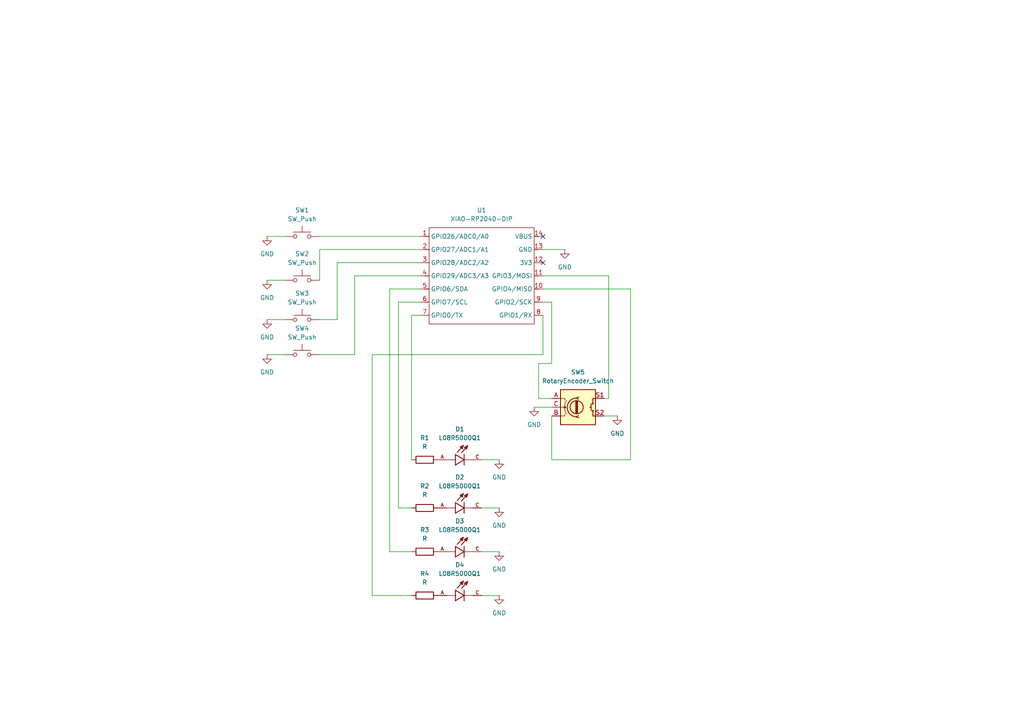
<source format=kicad_sch>
(kicad_sch (version 20250114) (generator "eeschema") (generator_version "9.0")
  (paper "A4")
  (lib_symbols
    (symbol "Device:R" (pin_numbers (hide yes)) (pin_names (offset 0))
      (property "Reference" "R" (at 2.032 0 90))
      (property "Value" "R" (at 0 0 90))
      (symbol "R_0_1"
        (rectangle (start -1.016 -2.54) (end 1.016 2.54) (stroke (width 0.254)))
      )
      (symbol "R_1_1"
        (pin passive line (at 0 3.81 270) (length 1.27) (name "~") (number "1"))
        (pin passive line (at 0 -3.81 90) (length 1.27) (name "~") (number "2"))
      )
    )
    (symbol "Device:RotaryEncoder_Switch" (pin_names (offset 0.254) (hide yes))
      (property "Reference" "SW" (at 0 6.604 0))
      (property "Value" "RotaryEncoder_Switch" (at 0 -6.604 0))
      (symbol "RotaryEncoder_Switch_0_1"
        (rectangle (start -5.08 5.08) (end 5.08 -5.08) (stroke (width 0.254)) (fill (type background)))
        (polyline (pts (xy -5.08 2.54) (xy -3.81 2.54) (xy -3.81 2.032)))
        (polyline (pts (xy -5.08 0) (xy -3.81 0) (xy -3.81 -1.016) (xy -3.302 -2.032)))
        (polyline (pts (xy -5.08 -2.54) (xy -3.81 -2.54) (xy -3.81 -2.032)))
        (polyline (pts (xy -4.318 0) (xy -3.81 0) (xy -3.81 1.016) (xy -3.302 2.032)))
        (circle (center -3.81 0) (radius 0.254) (fill (type outline)))
        (polyline (pts (xy -0.635 -1.778) (xy -0.635 1.778)) (stroke (width 0.254)))
        (circle (center -0.381 0) (radius 1.905) (stroke (width 0.254)))
        (polyline (pts (xy -0.381 -1.778) (xy -0.381 1.778)) (stroke (width 0.254)))
        (arc (start -0.381 -2.794) (mid -3.0988 -0.0635) (end -0.381 2.667) (stroke (width 0.254)))
        (polyline (pts (xy -0.127 1.778) (xy -0.127 -1.778)) (stroke (width 0.254)))
        (polyline (pts (xy 0.254 2.921) (xy -0.508 2.667) (xy 0.127 2.286)) (stroke (width 0.254)))
        (polyline (pts (xy 0.254 -3.048) (xy -0.508 -2.794) (xy 0.127 -2.413)) (stroke (width 0.254)))
        (polyline (pts (xy 3.81 1.016) (xy 3.81 -1.016)) (stroke (width 0.254)))
        (polyline (pts (xy 3.81 0) (xy 3.429 0)) (stroke (width 0.254)))
        (circle (center 4.318 1.016) (radius 0.127) (stroke (width 0.254)))
        (circle (center 4.318 -1.016) (radius 0.127) (stroke (width 0.254)))
        (polyline (pts (xy 5.08 2.54) (xy 4.318 2.54) (xy 4.318 1.016)) (stroke (width 0.254)))
        (polyline (pts (xy 5.08 -2.54) (xy 4.318 -2.54) (xy 4.318 -1.016)) (stroke (width 0.254)))
      )
      (symbol "RotaryEncoder_Switch_1_1"
        (pin passive line (at -7.62 2.54 0) (length 2.54) (name "A") (number "A"))
        (pin passive line (at -7.62 0 0) (length 2.54) (name "C") (number "C"))
        (pin passive line (at -7.62 -2.54 0) (length 2.54) (name "B") (number "B"))
        (pin passive line (at 7.62 2.54 180) (length 2.54) (name "S1") (number "S1"))
        (pin passive line (at 7.62 -2.54 180) (length 2.54) (name "S2") (number "S2"))
      )
    )
    (symbol "L08R5000Q1:L08R5000Q1" (pin_names (offset 1.016))
      (property "Reference" "D" (at -3.0988 4.4958 0))
      (property "Value" "L08R5000Q1" (at -3.556 -3.302 0))
      (symbol "L08R5000Q1_0_0"
        (polyline (pts (xy -2.54 1.524) (xy -2.54 0)) (stroke (width 0.254)))
        (polyline (pts (xy -2.54 0) (xy -5.08 0)) (stroke (width 0.1524)))
        (polyline (pts (xy -2.54 0) (xy -2.54 -1.524)) (stroke (width 0.254)))
        (polyline (pts (xy -2.54 -1.524) (xy 0 0)) (stroke (width 0.254)))
        (polyline (pts (xy -1.1176 3.683) (xy -0.2286 4.1656)) (stroke (width 0.254)))
        (polyline (pts (xy -0.9398 3.6068) (xy -0.7112 3.7592)) (stroke (width 0.254)))
        (polyline (pts (xy -0.5588 3.2004) (xy -1.1176 3.683)) (stroke (width 0.254)))
        (polyline (pts (xy -0.5588 3.2004) (xy -0.5334 3.937)) (stroke (width 0.254)))
        (polyline (pts (xy -0.5334 3.937) (xy -0.6604 3.937)) (stroke (width 0.254)))
        (polyline (pts (xy -0.2286 4.1656) (xy -2.0066 2.1336)) (stroke (width 0.254)))
        (polyline (pts (xy -0.2286 4.1656) (xy -0.5588 3.2004)) (stroke (width 0.254)))
        (polyline (pts (xy 0 1.524) (xy 0 0)) (stroke (width 0.254)))
        (polyline (pts (xy 0 0) (xy -2.54 1.524)) (stroke (width 0.254)))
        (polyline (pts (xy 0 0) (xy 0 -1.524)) (stroke (width 0.254)))
        (polyline (pts (xy 0.127 3.5814) (xy 1.016 4.064)) (stroke (width 0.254)))
        (polyline (pts (xy 0.3048 3.5052) (xy 0.5334 3.6576)) (stroke (width 0.254)))
        (polyline (pts (xy 0.6858 3.0988) (xy 0.127 3.5814)) (stroke (width 0.254)))
        (polyline (pts (xy 0.6858 3.0988) (xy 0.7112 3.8354)) (stroke (width 0.254)))
        (polyline (pts (xy 0.7112 3.8354) (xy 0.5842 3.8354)) (stroke (width 0.254)))
        (polyline (pts (xy 1.016 4.064) (xy -0.762 2.032)) (stroke (width 0.254)))
        (polyline (pts (xy 1.016 4.064) (xy 0.6858 3.0988)) (stroke (width 0.254)))
        (polyline (pts (xy 2.54 0) (xy 0 0)) (stroke (width 0.1524)))
        (pin passive line (at -7.62 0 0) (length 2.54) (name "~") (number "A"))
        (pin passive line (at 5.08 0 180) (length 2.54) (name "~") (number "C"))
      )
    )
    (symbol "Seeed_Studio_XIAO_Series (1):XIAO-RP2040-DIP"
      (property "Reference" "U" (at 0 0 0))
      (property "Value" "XIAO-RP2040-DIP" (at 5.334 -1.778 0))
      (symbol "XIAO-RP2040-DIP_1_0"
        (polyline (pts (xy -1.27 -2.54) (xy 29.21 -2.54)) (stroke (width 0.1524)))
        (polyline (pts (xy -1.27 -5.08) (xy -2.54 -5.08)) (stroke (width 0.1524)))
        (polyline (pts (xy -1.27 -5.08) (xy -1.27 -2.54)) (stroke (width 0.1524)))
        (polyline (pts (xy -1.27 -8.89) (xy -2.54 -8.89)) (stroke (width 0.1524)))
        (polyline (pts (xy -1.27 -8.89) (xy -1.27 -5.08)) (stroke (width 0.1524)))
        (polyline (pts (xy -1.27 -12.7) (xy -2.54 -12.7)) (stroke (width 0.1524)))
        (polyline (pts (xy -1.27 -12.7) (xy -1.27 -8.89)) (stroke (width 0.1524)))
        (polyline (pts (xy -1.27 -16.51) (xy -2.54 -16.51)) (stroke (width 0.1524)))
        (polyline (pts (xy -1.27 -16.51) (xy -1.27 -12.7)) (stroke (width 0.1524)))
        (polyline (pts (xy -1.27 -20.32) (xy -2.54 -20.32)) (stroke (width 0.1524)))
        (polyline (pts (xy -1.27 -24.13) (xy -2.54 -24.13)) (stroke (width 0.1524)))
        (polyline (pts (xy -1.27 -27.94) (xy -2.54 -27.94)) (stroke (width 0.1524)))
        (polyline (pts (xy -1.27 -30.48) (xy -1.27 -16.51)) (stroke (width 0.1524)))
        (polyline (pts (xy 29.21 -2.54) (xy 29.21 -5.08)) (stroke (width 0.1524)))
        (polyline (pts (xy 29.21 -5.08) (xy 29.21 -8.89)) (stroke (width 0.1524)))
        (polyline (pts (xy 29.21 -8.89) (xy 29.21 -12.7)) (stroke (width 0.1524)))
        (polyline (pts (xy 29.21 -12.7) (xy 29.21 -30.48)) (stroke (width 0.1524)))
        (polyline (pts (xy 29.21 -30.48) (xy -1.27 -30.48)) (stroke (width 0.1524)))
        (polyline (pts (xy 30.48 -5.08) (xy 29.21 -5.08)) (stroke (width 0.1524)))
        (polyline (pts (xy 30.48 -8.89) (xy 29.21 -8.89)) (stroke (width 0.1524)))
        (polyline (pts (xy 30.48 -12.7) (xy 29.21 -12.7)) (stroke (width 0.1524)))
        (polyline (pts (xy 30.48 -16.51) (xy 29.21 -16.51)) (stroke (width 0.1524)))
        (polyline (pts (xy 30.48 -20.32) (xy 29.21 -20.32)) (stroke (width 0.1524)))
        (polyline (pts (xy 30.48 -24.13) (xy 29.21 -24.13)) (stroke (width 0.1524)))
        (polyline (pts (xy 30.48 -27.94) (xy 29.21 -27.94)) (stroke (width 0.1524)))
        (pin passive line (at -3.81 -5.08 0) (length 2.54) (name "GPIO26/ADC0/A0") (number "1"))
        (pin passive line (at -3.81 -8.89 0) (length 2.54) (name "GPIO27/ADC1/A1") (number "2"))
        (pin passive line (at -3.81 -12.7 0) (length 2.54) (name "GPIO28/ADC2/A2") (number "3"))
        (pin passive line (at -3.81 -16.51 0) (length 2.54) (name "GPIO29/ADC3/A3") (number "4"))
        (pin passive line (at -3.81 -20.32 0) (length 2.54) (name "GPIO6/SDA") (number "5"))
        (pin passive line (at -3.81 -24.13 0) (length 2.54) (name "GPIO7/SCL") (number "6"))
        (pin passive line (at -3.81 -27.94 0) (length 2.54) (name "GPIO0/TX") (number "7"))
        (pin passive line (at 31.75 -5.08 180) (length 2.54) (name "VBUS") (number "14"))
        (pin passive line (at 31.75 -8.89 180) (length 2.54) (name "GND") (number "13"))
        (pin passive line (at 31.75 -12.7 180) (length 2.54) (name "3V3") (number "12"))
        (pin passive line (at 31.75 -16.51 180) (length 2.54) (name "GPIO3/MOSI") (number "11"))
        (pin passive line (at 31.75 -20.32 180) (length 2.54) (name "GPIO4/MISO") (number "10"))
        (pin passive line (at 31.75 -24.13 180) (length 2.54) (name "GPIO2/SCK") (number "9"))
        (pin passive line (at 31.75 -27.94 180) (length 2.54) (name "GPIO1/RX") (number "8"))
      )
    )
    (symbol "Switch:SW_Push" (pin_numbers (hide yes)) (pin_names (offset 1.016) (hide yes))
      (property "Reference" "SW" (at 1.27 2.54 0))
      (property "Value" "SW_Push" (at 0 -1.524 0))
      (symbol "SW_Push_0_1"
        (circle (center -2.032 0) (radius 0.508))
        (polyline (pts (xy 0 1.27) (xy 0 3.048)))
        (circle (center 2.032 0) (radius 0.508))
        (polyline (pts (xy 2.54 1.27) (xy -2.54 1.27)))
        (pin passive line (at -5.08 0 0) (length 2.54) (name "1") (number "1"))
        (pin passive line (at 5.08 0 180) (length 2.54) (name "2") (number "2"))
      )
    )
    (symbol "power:GND" (power) (pin_numbers (hide yes)) (pin_names (offset 0) (hide yes))
      (property "Value" "GND" (at 0 -3.81 0))
      (symbol "GND_0_1"
        (polyline (pts (xy 0 0) (xy 0 -1.27) (xy 1.27 -1.27) (xy 0 -2.54) (xy -1.27 -1.27) (xy 0 -1.27)))
      )
      (symbol "GND_1_1"
        (pin power_in line (at 0 0 270) (length 0) (name "~") (number "1"))
      )
    )
  )
  (no_connect (at 157.48 76.2))
  (no_connect (at 157.48 68.58))
  (wire (pts (xy 113.03 83.82) (xy 121.92 83.82)))
  (wire (pts (xy 156.21 115.57) (xy 156.21 105.41)))
  (wire (pts (xy 77.47 102.87) (xy 82.55 102.87)))
  (wire (pts (xy 119.38 160.02) (xy 113.03 160.02)))
  (wire (pts (xy 107.95 102.87) (xy 157.48 102.87)))
  (wire (pts (xy 92.71 68.58) (xy 121.92 68.58)))
  (wire (pts (xy 119.38 172.72) (xy 107.95 172.72)))
  (wire (pts (xy 113.03 160.02) (xy 113.03 83.82)))
  (wire (pts (xy 92.71 81.28) (xy 92.71 72.39)))
  (wire (pts (xy 154.94 118.11) (xy 160.02 118.11)))
  (wire (pts (xy 139.7 147.32) (xy 144.78 147.32)))
  (wire (pts (xy 107.95 172.72) (xy 107.95 102.87)))
  (wire (pts (xy 119.38 91.44) (xy 121.92 91.44)))
  (wire (pts (xy 160.02 133.35) (xy 182.88 133.35)))
  (wire (pts (xy 175.26 115.57) (xy 176.53 115.57)))
  (wire (pts (xy 139.7 133.35) (xy 144.78 133.35)))
  (wire (pts (xy 182.88 133.35) (xy 182.88 83.82)))
  (wire (pts (xy 139.7 160.02) (xy 144.78 160.02)))
  (wire (pts (xy 102.87 102.87) (xy 102.87 80.01)))
  (wire (pts (xy 92.71 92.71) (xy 97.79 92.71)))
  (wire (pts (xy 102.87 80.01) (xy 121.92 80.01)))
  (wire (pts (xy 175.26 120.65) (xy 179.07 120.65)))
  (wire (pts (xy 160.02 120.65) (xy 160.02 133.35)))
  (wire (pts (xy 115.57 147.32) (xy 115.57 87.63)))
  (wire (pts (xy 139.7 172.72) (xy 144.78 172.72)))
  (wire (pts (xy 97.79 92.71) (xy 97.79 76.2)))
  (wire (pts (xy 157.48 102.87) (xy 157.48 91.44)))
  (wire (pts (xy 119.38 133.35) (xy 119.38 91.44)))
  (wire (pts (xy 92.71 72.39) (xy 121.92 72.39)))
  (wire (pts (xy 160.02 87.63) (xy 157.48 87.63)))
  (wire (pts (xy 156.21 105.41) (xy 160.02 105.41)))
  (wire (pts (xy 77.47 92.71) (xy 82.55 92.71)))
  (wire (pts (xy 176.53 115.57) (xy 176.53 80.01)))
  (wire (pts (xy 182.88 83.82) (xy 157.48 83.82)))
  (wire (pts (xy 77.47 68.58) (xy 82.55 68.58)))
  (wire (pts (xy 92.71 102.87) (xy 102.87 102.87)))
  (wire (pts (xy 115.57 87.63) (xy 121.92 87.63)))
  (wire (pts (xy 119.38 147.32) (xy 115.57 147.32)))
  (wire (pts (xy 176.53 80.01) (xy 157.48 80.01)))
  (wire (pts (xy 160.02 105.41) (xy 160.02 87.63)))
  (wire (pts (xy 157.48 72.39) (xy 163.83 72.39)))
  (wire (pts (xy 97.79 76.2) (xy 121.92 76.2)))
  (wire (pts (xy 77.47 81.28) (xy 82.55 81.28)))
  (wire (pts (xy 160.02 115.57) (xy 156.21 115.57)))
  (symbol (lib_id "Switch:SW_Push") (at 87.63 68.58 0) (unit 1)
    (property "Reference" "SW1" (at 87.63 60.96 0))
    (property "Value" "SW_Push" (at 87.63 63.5 0))
    (property "Footprint" "Button_Switch_Keyboard:SW_Cherry_MX_1.00u_PCB" (effects (hide yes)))
    (property "Description" "Push button switch, generic, two pins" (effects (hide yes)))
  )
  (symbol (lib_id "Switch:SW_Push") (at 87.63 102.87 0) (unit 1)
    (property "Reference" "SW4" (at 87.63 95.25 0))
    (property "Value" "SW_Push" (at 87.63 97.79 0))
    (property "Footprint" "Button_Switch_Keyboard:SW_Cherry_MX_1.00u_PCB" (effects (hide yes)))
    (property "Description" "Push button switch, generic, two pins" (effects (hide yes)))
  )
  (symbol (lib_id "Device:R") (at 123.19 147.32 90) (unit 1)
    (property "Reference" "R2" (at 123.19 140.97 90))
    (property "Value" "R" (at 123.19 143.51 90))
    (property "Footprint" "Resistor_THT:R_Axial_DIN0204_L3.6mm_D1.6mm_P7.62mm_Horizontal" (effects (hide yes)))
    (property "Description" "Resistor" (effects (hide yes)))
  )
  (symbol (lib_id "power:GND") (at 144.78 172.72 0) (unit 1)
    (property "Reference" "#PWR05" (effects (hide yes)))
    (property "Value" "GND" (at 144.78 177.8 0))
    (property "Description" "Power symbol creates a global label with name \"GND\" , ground" (effects (hide yes)))
  )
  (symbol (lib_id "power:GND") (at 77.47 102.87 0) (unit 1)
    (property "Reference" "#PWR08" (effects (hide yes)))
    (property "Value" "GND" (at 77.47 107.95 0))
    (property "Description" "Power symbol creates a global label with name \"GND\" , ground" (effects (hide yes)))
  )
  (symbol (lib_id "L08R5000Q1:L08R5000Q1") (at 134.62 147.32 0) (unit 1)
    (property "Reference" "D2" (at 133.35 138.43 0))
    (property "Value" "L08R5000Q1" (at 133.35 140.97 0))
    (property "Footprint" "xiaorp2040:LEDRD254W57D500H1070" (effects (hide yes)))
    (property "MF" "LED Technology" (effects (hide yes)))
    (property "MAXIMUM_PACKAGE_HEIGHT" "10.7mm" (effects (hide yes)))
    (property "Package" "None" (effects (hide yes)))
    (property "Price" "None" (effects (hide yes)))
    (property "Check_prices" "https://www.snapeda.com/parts/L08R5000Q1/LED+Technology/view-part/?ref=eda" (effects (hide yes)))
    (property "STANDARD" "IPC-7351B" (effects (hide yes)))
    (property "PARTREV" "NA" (effects (hide yes)))
    (property "SnapEDA_Link" "https://www.snapeda.com/parts/L08R5000Q1/LED+Technology/view-part/?ref=snap" (effects (hide yes)))
    (property "MP" "L08R5000Q1" (effects (hide yes)))
    (property "Description_1" "LED, 5MM, ORANGE; LED / Lamp Size: 5mm / T-1 3/4; LED Colour: Orange; Typ Luminous Intensity: 4.3mcd; Viewing Angle: ..." (effects (hide yes)))
    (property "Availability" "Not in stock" (effects (hide yes)))
    (property "MANUFACTURER" "LED TECHNOLOGY" (effects (hide yes)))
  )
  (symbol (lib_id "Device:R") (at 123.19 160.02 90) (unit 1)
    (property "Reference" "R3" (at 123.19 153.67 90))
    (property "Value" "R" (at 123.19 156.21 90))
    (property "Footprint" "Resistor_THT:R_Axial_DIN0204_L3.6mm_D1.6mm_P7.62mm_Horizontal" (effects (hide yes)))
    (property "Description" "Resistor" (effects (hide yes)))
  )
  (symbol (lib_id "Switch:SW_Push") (at 87.63 81.28 0) (unit 1)
    (property "Reference" "SW2" (at 87.63 73.66 0))
    (property "Value" "SW_Push" (at 87.63 76.2 0))
    (property "Footprint" "Button_Switch_Keyboard:SW_Cherry_MX_1.00u_PCB" (effects (hide yes)))
    (property "Description" "Push button switch, generic, two pins" (effects (hide yes)))
  )
  (symbol (lib_id "power:GND") (at 163.83 72.39 0) (unit 1)
    (property "Reference" "#PWR09" (effects (hide yes)))
    (property "Value" "GND" (at 163.83 77.47 0))
    (property "Description" "Power symbol creates a global label with name \"GND\" , ground" (effects (hide yes)))
  )
  (symbol (lib_id "Device:R") (at 123.19 172.72 90) (unit 1)
    (property "Reference" "R4" (at 123.19 166.37 90))
    (property "Value" "R" (at 123.19 168.91 90))
    (property "Footprint" "Resistor_THT:R_Axial_DIN0204_L3.6mm_D1.6mm_P7.62mm_Horizontal" (effects (hide yes)))
    (property "Description" "Resistor" (effects (hide yes)))
  )
  (symbol (lib_id "power:GND") (at 144.78 133.35 0) (unit 1)
    (property "Reference" "#PWR02" (effects (hide yes)))
    (property "Value" "GND" (at 144.78 138.43 0))
    (property "Description" "Power symbol creates a global label with name \"GND\" , ground" (effects (hide yes)))
  )
  (symbol (lib_id "power:GND") (at 154.94 118.11 0) (unit 1)
    (property "Reference" "#PWR010" (effects (hide yes)))
    (property "Value" "GND" (at 154.94 123.19 0))
    (property "Description" "Power symbol creates a global label with name \"GND\" , ground" (effects (hide yes)))
  )
  (symbol (lib_id "L08R5000Q1:L08R5000Q1") (at 134.62 160.02 0) (unit 1)
    (property "Reference" "D3" (at 133.35 151.13 0))
    (property "Value" "L08R5000Q1" (at 133.35 153.67 0))
    (property "Footprint" "xiaorp2040:LEDRD254W57D500H1070" (effects (hide yes)))
    (property "MF" "LED Technology" (effects (hide yes)))
    (property "MAXIMUM_PACKAGE_HEIGHT" "10.7mm" (effects (hide yes)))
    (property "Package" "None" (effects (hide yes)))
    (property "Price" "None" (effects (hide yes)))
    (property "Check_prices" "https://www.snapeda.com/parts/L08R5000Q1/LED+Technology/view-part/?ref=eda" (effects (hide yes)))
    (property "STANDARD" "IPC-7351B" (effects (hide yes)))
    (property "PARTREV" "NA" (effects (hide yes)))
    (property "SnapEDA_Link" "https://www.snapeda.com/parts/L08R5000Q1/LED+Technology/view-part/?ref=snap" (effects (hide yes)))
    (property "MP" "L08R5000Q1" (effects (hide yes)))
    (property "Description_1" "LED, 5MM, ORANGE; LED / Lamp Size: 5mm / T-1 3/4; LED Colour: Orange; Typ Luminous Intensity: 4.3mcd; Viewing Angle: ..." (effects (hide yes)))
    (property "Availability" "Not in stock" (effects (hide yes)))
    (property "MANUFACTURER" "LED TECHNOLOGY" (effects (hide yes)))
  )
  (symbol (lib_id "power:GND") (at 144.78 147.32 0) (unit 1)
    (property "Reference" "#PWR03" (effects (hide yes)))
    (property "Value" "GND" (at 144.78 152.4 0))
    (property "Description" "Power symbol creates a global label with name \"GND\" , ground" (effects (hide yes)))
  )
  (symbol (lib_id "Device:R") (at 123.19 133.35 90) (unit 1)
    (property "Reference" "R1" (at 123.19 127 90))
    (property "Value" "R" (at 123.19 129.54 90))
    (property "Footprint" "Resistor_THT:R_Axial_DIN0204_L3.6mm_D1.6mm_P7.62mm_Horizontal" (effects (hide yes)))
    (property "Description" "Resistor" (effects (hide yes)))
  )
  (symbol (lib_id "power:GND") (at 77.47 92.71 0) (unit 1)
    (property "Reference" "#PWR07" (effects (hide yes)))
    (property "Value" "GND" (at 77.47 97.79 0))
    (property "Description" "Power symbol creates a global label with name \"GND\" , ground" (effects (hide yes)))
  )
  (symbol (lib_id "power:GND") (at 179.07 120.65 0) (unit 1)
    (property "Reference" "#PWR011" (effects (hide yes)))
    (property "Value" "GND" (at 179.07 125.73 0))
    (property "Description" "Power symbol creates a global label with name \"GND\" , ground" (effects (hide yes)))
  )
  (symbol (lib_id "L08R5000Q1:L08R5000Q1") (at 134.62 172.72 0) (unit 1)
    (property "Reference" "D4" (at 133.35 163.83 0))
    (property "Value" "L08R5000Q1" (at 133.35 166.37 0))
    (property "Footprint" "xiaorp2040:LEDRD254W57D500H1070" (effects (hide yes)))
    (property "MF" "LED Technology" (effects (hide yes)))
    (property "MAXIMUM_PACKAGE_HEIGHT" "10.7mm" (effects (hide yes)))
    (property "Package" "None" (effects (hide yes)))
    (property "Price" "None" (effects (hide yes)))
    (property "Check_prices" "https://www.snapeda.com/parts/L08R5000Q1/LED+Technology/view-part/?ref=eda" (effects (hide yes)))
    (property "STANDARD" "IPC-7351B" (effects (hide yes)))
    (property "PARTREV" "NA" (effects (hide yes)))
    (property "SnapEDA_Link" "https://www.snapeda.com/parts/L08R5000Q1/LED+Technology/view-part/?ref=snap" (effects (hide yes)))
    (property "MP" "L08R5000Q1" (effects (hide yes)))
    (property "Description_1" "LED, 5MM, ORANGE; LED / Lamp Size: 5mm / T-1 3/4; LED Colour: Orange; Typ Luminous Intensity: 4.3mcd; Viewing Angle: ..." (effects (hide yes)))
    (property "Availability" "Not in stock" (effects (hide yes)))
    (property "MANUFACTURER" "LED TECHNOLOGY" (effects (hide yes)))
  )
  (symbol (lib_id "Device:RotaryEncoder_Switch") (at 167.64 118.11 0) (unit 1)
    (property "Reference" "SW5" (at 167.64 107.95 0))
    (property "Value" "RotaryEncoder_Switch" (at 167.64 110.49 0))
    (property "Footprint" "xiaorp2040:RotaryEncoder_EC11" (effects (hide yes)))
    (property "Description" "Rotary encoder, dual channel, incremental quadrate outputs, with switch" (effects (hide yes)))
  )
  (symbol (lib_id "Switch:SW_Push") (at 87.63 92.71 0) (unit 1)
    (property "Reference" "SW3" (at 87.63 85.09 0))
    (property "Value" "SW_Push" (at 87.63 87.63 0))
    (property "Footprint" "Button_Switch_Keyboard:SW_Cherry_MX_1.00u_PCB" (effects (hide yes)))
    (property "Description" "Push button switch, generic, two pins" (effects (hide yes)))
  )
  (symbol (lib_id "power:GND") (at 144.78 160.02 0) (unit 1)
    (property "Reference" "#PWR04" (effects (hide yes)))
    (property "Value" "GND" (at 144.78 165.1 0))
    (property "Description" "Power symbol creates a global label with name \"GND\" , ground" (effects (hide yes)))
  )
  (symbol (lib_id "power:GND") (at 77.47 68.58 0) (unit 1)
    (property "Reference" "#PWR01" (effects (hide yes)))
    (property "Value" "GND" (at 77.47 73.66 0))
    (property "Description" "Power symbol creates a global label with name \"GND\" , ground" (effects (hide yes)))
  )
  (symbol (lib_id "power:GND") (at 77.47 81.28 0) (unit 1)
    (property "Reference" "#PWR06" (effects (hide yes)))
    (property "Value" "GND" (at 77.47 86.36 0))
    (property "Description" "Power symbol creates a global label with name \"GND\" , ground" (effects (hide yes)))
  )
  (symbol (lib_id "Seeed_Studio_XIAO_Series (1):XIAO-RP2040-DIP") (at 125.73 63.5 0) (unit 1)
    (property "Reference" "U1" (at 139.7 60.96 0))
    (property "Value" "XIAO-RP2040-DIP" (at 139.7 63.5 0))
    (property "Footprint" "xiaorp2040:XIAO-RP2040-DIP" (effects (hide yes)))
  )
  (symbol (lib_id "L08R5000Q1:L08R5000Q1") (at 134.62 133.35 0) (unit 1)
    (property "Reference" "D1" (at 133.35 124.46 0))
    (property "Value" "L08R5000Q1" (at 133.35 127 0))
    (property "Footprint" "xiaorp2040:LEDRD254W57D500H1070" (effects (hide yes)))
    (property "MF" "LED Technology" (effects (hide yes)))
    (property "MAXIMUM_PACKAGE_HEIGHT" "10.7mm" (effects (hide yes)))
    (property "Package" "None" (effects (hide yes)))
    (property "Price" "None" (effects (hide yes)))
    (property "Check_prices" "https://www.snapeda.com/parts/L08R5000Q1/LED+Technology/view-part/?ref=eda" (effects (hide yes)))
    (property "STANDARD" "IPC-7351B" (effects (hide yes)))
    (property "PARTREV" "NA" (effects (hide yes)))
    (property "SnapEDA_Link" "https://www.snapeda.com/parts/L08R5000Q1/LED+Technology/view-part/?ref=snap" (effects (hide yes)))
    (property "MP" "L08R5000Q1" (effects (hide yes)))
    (property "Description_1" "LED, 5MM, ORANGE; LED / Lamp Size: 5mm / T-1 3/4; LED Colour: Orange; Typ Luminous Intensity: 4.3mcd; Viewing Angle: ..." (effects (hide yes)))
    (property "Availability" "Not in stock" (effects (hide yes)))
    (property "MANUFACTURER" "LED TECHNOLOGY" (effects (hide yes)))
  )
)
</source>
